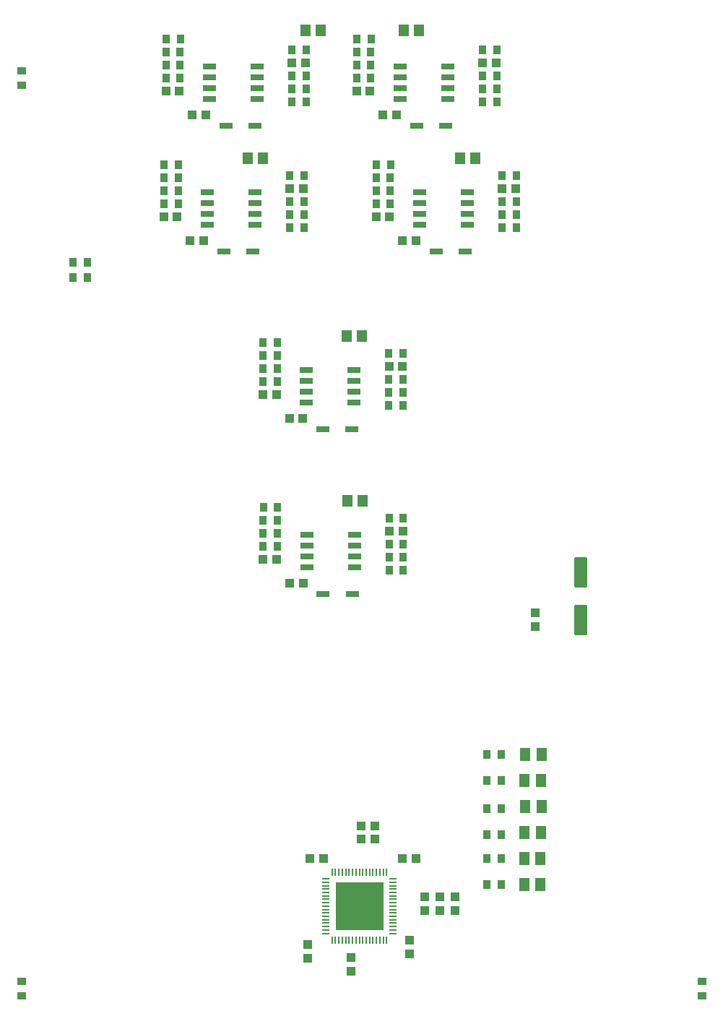
<source format=gtp>
%FSTAX23Y23*%
%MOIN*%
%SFA1B1*%

%IPPOS*%
%AMD19*
4,1,8,-0.031500,0.061000,-0.031500,-0.061000,-0.023600,-0.068900,0.023600,-0.068900,0.031500,-0.061000,0.031500,0.061000,0.023600,0.068900,-0.023600,0.068900,-0.031500,0.061000,0.0*
1,1,0.015740,-0.023600,0.061000*
1,1,0.015740,-0.023600,-0.061000*
1,1,0.015740,0.023600,-0.061000*
1,1,0.015740,0.023600,0.061000*
%
%ADD10R,0.039370X0.039370*%
%ADD11R,0.039370X0.039370*%
%ADD12R,0.039370X0.035430*%
%ADD13R,0.035430X0.039370*%
%ADD14R,0.059050X0.031500*%
%ADD15R,0.047240X0.055120*%
%ADD16O,0.035430X0.007870*%
%ADD17O,0.007870X0.035430*%
%ADD18R,0.224410X0.224410*%
G04~CAMADD=19~8~0.0~0.0~1378.0~629.9~78.7~0.0~15~0.0~0.0~0.0~0.0~0~0.0~0.0~0.0~0.0~0~0.0~0.0~0.0~90.0~630.0~1379.0*
%ADD19D19*%
%ADD20R,0.062990X0.031500*%
%ADD21R,0.051180X0.062990*%
%LNcs301_07b-1*%
%LPD*%
G54D10*
X02Y00671D03*
Y00608D03*
X0193D03*
Y00671D03*
X0186Y00608D03*
Y00671D03*
X0152Y0033D03*
Y00393D03*
X0132Y00388D03*
Y00451D03*
X0179Y00408D03*
Y00471D03*
X0237Y01918D03*
Y01981D03*
G54D11*
X01631Y01D03*
X01568D03*
X01631Y0094D03*
X01568D03*
X01821Y0085D03*
X01758D03*
X0133D03*
X01393D03*
X01696Y0312D03*
X01759D03*
X01698Y0236D03*
X01761D03*
X02218Y0394D03*
X02281D03*
X01238D03*
X01301D03*
X02128Y0452D03*
X02191D03*
X01248D03*
X01311D03*
X01299Y0288D03*
X01236D03*
X01301Y0212D03*
X01238D03*
X01821Y037D03*
X01758D03*
X00841D03*
X00778D03*
X01731Y0428D03*
X01668D03*
X00851D03*
X00788D03*
X01113Y0299D03*
X01176D03*
X01115Y0223D03*
X01178D03*
X01636Y0381D03*
X01699D03*
X00656D03*
X00719D03*
X01546Y0439D03*
X01609D03*
X00666D03*
X00729D03*
G54D12*
X0314Y00216D03*
Y00283D03*
X0Y04483D03*
Y04417D03*
Y00216D03*
Y00283D03*
G54D13*
X02213Y0073D03*
X02146D03*
X02213Y0085D03*
X02146D03*
X02213Y0096D03*
X02146D03*
X02213Y0108D03*
X02146D03*
X02213Y0121D03*
X02146D03*
X02213Y0133D03*
X02146D03*
X00237Y036D03*
X00303D03*
X00303Y0353D03*
X00236D03*
X0118Y0317D03*
X01113D03*
X0118Y0311D03*
X01113D03*
X01694Y0306D03*
X01761D03*
X01694Y0318D03*
X01761D03*
Y0294D03*
X01694D03*
X01761Y03D03*
X01694D03*
X01182Y0241D03*
X01115D03*
X01182Y0235D03*
X01115D03*
X01696Y023D03*
X01762D03*
X01696Y0242D03*
X01762D03*
Y0218D03*
X01696D03*
X01762Y0224D03*
X01696D03*
X01702Y0399D03*
X01636D03*
X01702Y0393D03*
X01636D03*
X02216Y0388D03*
X02283D03*
X02216Y04D03*
X02283D03*
Y0376D03*
X02216D03*
X02283Y0382D03*
X02216D03*
X00723Y0399D03*
X00656D03*
X00723Y0393D03*
X00656D03*
X01237Y0388D03*
X01303D03*
X01237Y04D03*
X01303D03*
Y0376D03*
X01237D03*
X01303Y0382D03*
X01237D03*
X01612Y0457D03*
X01546D03*
X01612Y0451D03*
X01546D03*
X02126Y0446D03*
X02193D03*
X02126Y0458D03*
X02193D03*
Y0434D03*
X02126D03*
X02193Y044D03*
X02126D03*
X00732Y0457D03*
X00666D03*
X00732Y0451D03*
X00666D03*
X01246Y0446D03*
X01313D03*
X01246Y0458D03*
X01313D03*
Y0434D03*
X01246D03*
X01313Y044D03*
X01246D03*
X0118Y0305D03*
X01113D03*
X01114Y0323D03*
X01181D03*
X01182Y0229D03*
X01115D03*
X01116Y0247D03*
X01182D03*
X01702Y0387D03*
X01636D03*
X01636Y0405D03*
X01703D03*
X00723Y0387D03*
X00656D03*
X00657Y0405D03*
X00723D03*
X01612Y0445D03*
X01546D03*
X01546Y0463D03*
X01613D03*
X00732Y0445D03*
X00666D03*
X00666Y0463D03*
X00733D03*
G54D14*
X01315Y02954D03*
Y03004D03*
Y03054D03*
X01535Y03103D03*
Y03054D03*
Y03004D03*
Y02954D03*
X01315Y03104D03*
X01317Y02194D03*
Y02244D03*
Y02294D03*
X01537Y02343D03*
Y02294D03*
Y02244D03*
Y02194D03*
X01317Y02344D03*
X01837Y03774D03*
Y03824D03*
Y03874D03*
X02058Y03923D03*
Y03874D03*
Y03824D03*
Y03774D03*
X01837Y03924D03*
X00858Y03774D03*
Y03824D03*
Y03874D03*
X01078Y03923D03*
Y03874D03*
Y03824D03*
Y03774D03*
X00858Y03924D03*
X01747Y04354D03*
Y04404D03*
Y04454D03*
X01968Y04503D03*
Y04454D03*
Y04404D03*
Y04354D03*
X01747Y04504D03*
X00867Y04354D03*
Y04404D03*
Y04454D03*
X01088Y04503D03*
Y04454D03*
Y04404D03*
Y04354D03*
X00867Y04504D03*
G54D15*
X0131Y0467D03*
X0138D03*
X01835D03*
X01764D03*
X01115Y0408D03*
X01045D03*
X02095D03*
X02024D03*
X01574Y025D03*
X01504D03*
X01572Y0326D03*
X01502D03*
G54D16*
X01404Y00755D03*
Y0074D03*
Y00724D03*
Y00708D03*
Y00692D03*
Y00677D03*
Y00661D03*
Y00645D03*
Y0063D03*
Y00614D03*
Y00598D03*
Y00582D03*
Y00567D03*
Y00551D03*
Y00535D03*
Y00519D03*
Y00504D03*
X01715D03*
Y00519D03*
Y00535D03*
Y00551D03*
Y00567D03*
Y00582D03*
Y00598D03*
Y00614D03*
Y0063D03*
Y00645D03*
Y00661D03*
Y00677D03*
Y00692D03*
Y00708D03*
Y00724D03*
Y0074D03*
Y00755D03*
G54D17*
X01434Y00474D03*
X01449D03*
X01465D03*
X01481D03*
X01497D03*
X01512D03*
X01528D03*
X01544D03*
X0156D03*
X01575D03*
X01591D03*
X01607D03*
X01622D03*
X01638D03*
X01654D03*
X0167D03*
X01685D03*
Y00785D03*
X0167D03*
X01654D03*
X01638D03*
X01622D03*
X01607D03*
X01591D03*
X01575D03*
X0156D03*
X01544D03*
X01528D03*
X01512D03*
X01497D03*
X01481D03*
X01465D03*
X01449D03*
X01434D03*
G54D18*
X0156Y0063D03*
G54D19*
X0258Y01949D03*
Y0217D03*
G54D20*
X01076Y0423D03*
X00943D03*
X01956D03*
X01823D03*
X01067Y0365D03*
X00933D03*
X02046D03*
X01913D03*
X01526Y0207D03*
X01392D03*
X01524Y0283D03*
X0139D03*
G54D21*
X02394Y0073D03*
X0232D03*
X02394Y0085D03*
X0232D03*
X02397Y0097D03*
X02322D03*
X024Y0109D03*
X02325D03*
X02397Y0121D03*
X02322D03*
X024Y0133D03*
X02325D03*
M02*
</source>
